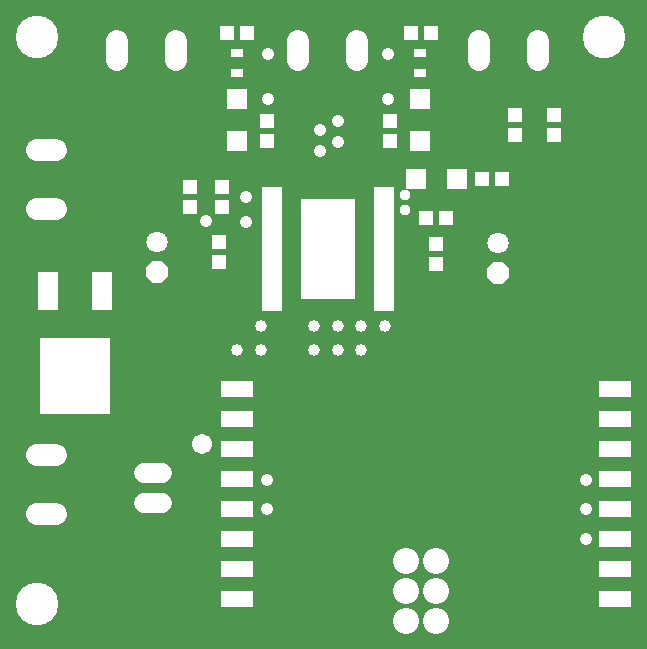
<source format=gts>
G04 EAGLE Gerber RS-274X export*
G75*
%MOMM*%
%FSLAX34Y34*%
%LPD*%
%INSoldermask Top*%
%IPNEG*%
%AMOC8*
5,1,8,0,0,1.08239X$1,22.5*%
G01*
%ADD10C,3.603200*%
%ADD11C,2.203200*%
%ADD12R,1.203200X1.303200*%
%ADD13R,1.303200X1.203200*%
%ADD14C,1.803400*%
%ADD15P,1.951982X8X292.500000*%
%ADD16R,1.003200X0.803200*%
%ADD17R,1.703200X1.703200*%
%ADD18R,1.806000X0.678400*%
%ADD19R,4.648200X8.585200*%
%ADD20R,2.743200X1.473200*%
%ADD21C,1.853200*%
%ADD22R,1.803200X3.203200*%
%ADD23R,6.003200X6.403200*%
%ADD24C,1.711200*%
%ADD25C,1.059600*%
%ADD26C,0.959600*%
%ADD27C,1.703200*%
%ADD28C,1.009600*%


D10*
X40000Y40000D03*
X520000Y520000D03*
X40000Y520000D03*
D11*
X352330Y76580D03*
X377730Y76580D03*
X377730Y51180D03*
X352330Y51180D03*
X352330Y25780D03*
X377730Y25780D03*
D12*
X196730Y376250D03*
X196730Y393250D03*
X194190Y346260D03*
X194190Y329260D03*
D13*
X218200Y523500D03*
X201200Y523500D03*
D12*
X378340Y344990D03*
X378340Y327990D03*
D13*
X369840Y366970D03*
X386840Y366970D03*
X356600Y523500D03*
X373600Y523500D03*
D14*
X430410Y345380D03*
D15*
X430410Y319980D03*
D14*
X142120Y346650D03*
D15*
X142120Y321250D03*
D16*
X209430Y506280D03*
X209430Y489280D03*
X364370Y506280D03*
X364370Y489280D03*
D17*
X364370Y467020D03*
X364370Y432020D03*
X209430Y467020D03*
X209430Y432020D03*
X360840Y399990D03*
X395840Y399990D03*
D12*
X416830Y399990D03*
X433830Y399990D03*
D13*
X234830Y449130D03*
X234830Y432130D03*
X170060Y393250D03*
X170060Y376250D03*
X338970Y449130D03*
X338970Y432130D03*
D18*
X239355Y389050D03*
X239355Y382550D03*
X239355Y376050D03*
X239355Y369550D03*
X239355Y363050D03*
X239355Y356550D03*
X239355Y350050D03*
X239355Y343550D03*
X239355Y337050D03*
X239355Y330550D03*
X239355Y324050D03*
X239355Y317550D03*
X239355Y311050D03*
X239355Y304550D03*
X239355Y298050D03*
X239355Y291550D03*
X334445Y291550D03*
X334445Y298050D03*
X334445Y304550D03*
X334445Y311050D03*
X334445Y317550D03*
X334445Y324050D03*
X334445Y330550D03*
X334445Y337050D03*
X334445Y343550D03*
X334445Y350050D03*
X334445Y356550D03*
X334445Y363050D03*
X334445Y369550D03*
X334445Y376050D03*
X334445Y382550D03*
X334445Y389050D03*
D19*
X286900Y340300D03*
D20*
X210000Y44100D03*
X210000Y120300D03*
X210000Y145700D03*
X210000Y69500D03*
X210000Y94900D03*
X210000Y171100D03*
X210000Y196500D03*
X210000Y221900D03*
X530000Y44100D03*
X530000Y69500D03*
X530000Y94900D03*
X530000Y120300D03*
X530000Y145700D03*
X530000Y171100D03*
X530000Y196500D03*
X530000Y221900D03*
D21*
X311330Y500220D02*
X311330Y516720D01*
X261330Y516720D02*
X261330Y500220D01*
X158020Y500220D02*
X158020Y516720D01*
X108020Y516720D02*
X108020Y500220D01*
X464540Y500220D02*
X464540Y516720D01*
X414540Y516720D02*
X414540Y500220D01*
X56750Y424000D02*
X40250Y424000D01*
X40250Y374000D02*
X56750Y374000D01*
X56750Y166000D02*
X40250Y166000D01*
X40250Y116000D02*
X56750Y116000D01*
D22*
X95000Y305000D03*
X49300Y305000D03*
D23*
X72150Y233200D03*
D24*
X131210Y150950D02*
X146290Y150950D01*
X146290Y125550D02*
X131210Y125550D01*
D13*
X478000Y453500D03*
X478000Y436500D03*
X445000Y453500D03*
X445000Y436500D03*
D25*
X280000Y441250D03*
X295000Y448500D03*
X280000Y423500D03*
X295000Y430750D03*
D26*
X351670Y386020D03*
D25*
X235000Y145000D03*
D26*
X351670Y373320D03*
D25*
X235000Y120000D03*
D27*
X180000Y175000D03*
D25*
X217050Y363160D03*
X505000Y95000D03*
X217050Y384750D03*
X505000Y120000D03*
X183000Y364000D03*
X505000Y145000D03*
X236100Y505400D03*
X337700Y467300D03*
X236100Y467300D03*
X337700Y505400D03*
D28*
X210000Y255000D03*
X230000Y275000D03*
X230000Y255000D03*
X275000Y255000D03*
X295000Y255000D03*
X315000Y255000D03*
X295000Y275000D03*
X315000Y275000D03*
X335000Y275000D03*
X275000Y275000D03*
M02*

</source>
